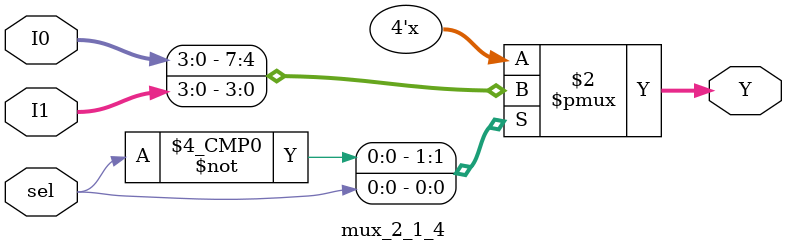
<source format=v>
`timescale 1ns / 1ps


module mux_2_1_4(
    input [3:0] I0,
    input [3:0] I1,
    input sel,
    output reg [3:0] Y
    );
    
    always @(*) begin
        case(sel)
            1'b0: Y = I0;
            1'b1: Y = I1;
        endcase
    end
    
    
endmodule
</source>
